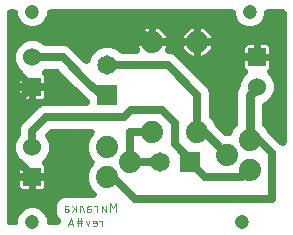
<source format=gbr>
G04 EAGLE Gerber RS-274X export*
G75*
%MOMM*%
%FSLAX34Y34*%
%LPD*%
%INBottom Copper*%
%IPPOS*%
%AMOC8*
5,1,8,0,0,1.08239X$1,22.5*%
G01*
%ADD10C,0.076200*%
%ADD11R,1.651000X1.651000*%
%ADD12C,1.651000*%
%ADD13C,1.879600*%
%ADD14R,1.524000X1.524000*%
%ADD15C,1.524000*%
%ADD16C,0.635000*%
%ADD17C,0.800000*%
%ADD18C,1.206400*%

G36*
X16692Y10163D02*
X16692Y10163D01*
X16719Y10161D01*
X16943Y10183D01*
X17167Y10201D01*
X17193Y10207D01*
X17221Y10210D01*
X17439Y10267D01*
X17656Y10319D01*
X17681Y10330D01*
X17708Y10337D01*
X17914Y10428D01*
X18121Y10514D01*
X18144Y10529D01*
X18169Y10540D01*
X18358Y10662D01*
X18548Y10780D01*
X18569Y10798D01*
X18592Y10813D01*
X18759Y10963D01*
X18929Y11110D01*
X18946Y11131D01*
X18967Y11149D01*
X19108Y11324D01*
X19252Y11496D01*
X19266Y11519D01*
X19283Y11540D01*
X19395Y11735D01*
X19510Y11928D01*
X19521Y11953D01*
X19534Y11977D01*
X19614Y12187D01*
X19697Y12396D01*
X19703Y12422D01*
X19713Y12448D01*
X19758Y12668D01*
X19807Y12887D01*
X19809Y12914D01*
X19815Y12941D01*
X19839Y13335D01*
X19839Y15069D01*
X21653Y19447D01*
X25003Y22797D01*
X29381Y24611D01*
X34119Y24611D01*
X38497Y22797D01*
X41847Y19447D01*
X43661Y15069D01*
X43661Y13335D01*
X43663Y13308D01*
X43661Y13281D01*
X43683Y13057D01*
X43701Y12833D01*
X43707Y12807D01*
X43710Y12779D01*
X43767Y12561D01*
X43819Y12344D01*
X43830Y12319D01*
X43837Y12292D01*
X43928Y12086D01*
X44014Y11879D01*
X44029Y11856D01*
X44040Y11831D01*
X44162Y11642D01*
X44280Y11452D01*
X44298Y11431D01*
X44313Y11408D01*
X44463Y11241D01*
X44610Y11071D01*
X44631Y11054D01*
X44649Y11033D01*
X44824Y10892D01*
X44996Y10748D01*
X45019Y10734D01*
X45040Y10717D01*
X45235Y10605D01*
X45428Y10490D01*
X45453Y10479D01*
X45477Y10466D01*
X45687Y10386D01*
X45896Y10303D01*
X45922Y10297D01*
X45948Y10287D01*
X46168Y10242D01*
X46387Y10193D01*
X46414Y10191D01*
X46441Y10185D01*
X46835Y10161D01*
X52310Y10161D01*
X52469Y10173D01*
X52629Y10177D01*
X52720Y10193D01*
X52812Y10201D01*
X52967Y10238D01*
X53124Y10267D01*
X53211Y10298D01*
X53301Y10319D01*
X53448Y10381D01*
X53599Y10435D01*
X53680Y10479D01*
X53765Y10514D01*
X53901Y10599D01*
X54042Y10675D01*
X54115Y10731D01*
X54193Y10780D01*
X54314Y10885D01*
X54441Y10982D01*
X54504Y11049D01*
X54573Y11110D01*
X54676Y11233D01*
X54786Y11349D01*
X54837Y11425D01*
X54897Y11496D01*
X54979Y11633D01*
X55069Y11766D01*
X55117Y11865D01*
X55155Y11928D01*
X55185Y12004D01*
X55242Y12120D01*
X55502Y12747D01*
X55551Y12899D01*
X55609Y13048D01*
X55629Y13138D01*
X55657Y13226D01*
X55682Y13384D01*
X55715Y13540D01*
X55720Y13632D01*
X55734Y13723D01*
X55734Y13883D01*
X55742Y14043D01*
X55733Y14135D01*
X55732Y14227D01*
X55706Y14385D01*
X55689Y14544D01*
X55666Y14633D01*
X55651Y14724D01*
X55600Y14875D01*
X55558Y15030D01*
X55520Y15114D01*
X55491Y15201D01*
X55417Y15343D01*
X55352Y15489D01*
X55301Y15566D01*
X55258Y15648D01*
X55163Y15776D01*
X55075Y15910D01*
X55002Y15993D01*
X54958Y16052D01*
X54900Y16109D01*
X54814Y16206D01*
X53370Y17650D01*
X52345Y20124D01*
X52345Y27279D01*
X53404Y29114D01*
X53409Y29123D01*
X53415Y29131D01*
X53429Y29161D01*
X53450Y29192D01*
X54478Y30973D01*
X56047Y31879D01*
X56226Y32002D01*
X56408Y32122D01*
X56438Y32148D01*
X56462Y32164D01*
X56527Y32227D01*
X56704Y32383D01*
X56899Y32577D01*
X56922Y32583D01*
X57050Y32604D01*
X57167Y32643D01*
X57286Y32671D01*
X57405Y32721D01*
X57528Y32762D01*
X57668Y32831D01*
X57750Y32866D01*
X57803Y32899D01*
X57882Y32938D01*
X58172Y33105D01*
X63223Y33105D01*
X63348Y33115D01*
X63474Y33115D01*
X63599Y33135D01*
X63725Y33145D01*
X63736Y33148D01*
X66166Y33074D01*
X66388Y33085D01*
X66610Y33092D01*
X66639Y33097D01*
X66669Y33099D01*
X66700Y33105D01*
X72155Y33105D01*
X72216Y33110D01*
X72277Y33108D01*
X72466Y33130D01*
X72657Y33145D01*
X72716Y33160D01*
X72777Y33167D01*
X72853Y33187D01*
X73889Y33113D01*
X73975Y33114D01*
X74114Y33105D01*
X75170Y33105D01*
X75332Y33053D01*
X75393Y33043D01*
X75453Y33027D01*
X75789Y32982D01*
X75830Y32975D01*
X75836Y32976D01*
X75845Y32974D01*
X75873Y32972D01*
X76116Y32975D01*
X76355Y32975D01*
X76366Y32977D01*
X76377Y32977D01*
X76615Y33017D01*
X76852Y33056D01*
X76863Y33059D01*
X76873Y33061D01*
X77005Y33105D01*
X83009Y33105D01*
X83023Y33106D01*
X83036Y33106D01*
X83272Y33126D01*
X83511Y33145D01*
X83525Y33149D01*
X83538Y33150D01*
X83768Y33208D01*
X84000Y33264D01*
X84013Y33269D01*
X84026Y33273D01*
X84245Y33367D01*
X84465Y33459D01*
X84476Y33466D01*
X84489Y33471D01*
X84690Y33599D01*
X84893Y33724D01*
X84903Y33733D01*
X84914Y33741D01*
X85093Y33898D01*
X85273Y34054D01*
X85282Y34065D01*
X85292Y34074D01*
X85442Y34256D01*
X85596Y34440D01*
X85603Y34452D01*
X85612Y34463D01*
X85732Y34667D01*
X85855Y34873D01*
X85860Y34885D01*
X85867Y34897D01*
X85953Y35120D01*
X86041Y35340D01*
X86044Y35353D01*
X86049Y35366D01*
X86099Y35598D01*
X86152Y35832D01*
X86153Y35845D01*
X86155Y35859D01*
X86168Y36095D01*
X86183Y36334D01*
X86182Y36348D01*
X86182Y36361D01*
X86158Y36596D01*
X86134Y36835D01*
X86131Y36849D01*
X86130Y36862D01*
X86068Y37091D01*
X86007Y37322D01*
X86002Y37335D01*
X85998Y37348D01*
X85901Y37564D01*
X85805Y37783D01*
X85797Y37795D01*
X85792Y37807D01*
X85662Y38005D01*
X85532Y38207D01*
X85523Y38217D01*
X85515Y38228D01*
X85254Y38524D01*
X81899Y41879D01*
X79501Y47667D01*
X79501Y53933D01*
X81899Y59721D01*
X83433Y61255D01*
X83451Y61276D01*
X83472Y61294D01*
X83614Y61468D01*
X83760Y61639D01*
X83774Y61662D01*
X83792Y61683D01*
X83905Y61877D01*
X84022Y62069D01*
X84032Y62094D01*
X84046Y62117D01*
X84128Y62327D01*
X84213Y62535D01*
X84219Y62561D01*
X84229Y62587D01*
X84276Y62806D01*
X84327Y63025D01*
X84329Y63052D01*
X84335Y63079D01*
X84347Y63303D01*
X84363Y63527D01*
X84361Y63554D01*
X84362Y63582D01*
X84339Y63804D01*
X84319Y64029D01*
X84312Y64055D01*
X84309Y64082D01*
X84251Y64299D01*
X84196Y64517D01*
X84185Y64542D01*
X84178Y64569D01*
X84086Y64773D01*
X83997Y64980D01*
X83982Y65003D01*
X83971Y65028D01*
X83848Y65215D01*
X83728Y65405D01*
X83710Y65426D01*
X83695Y65449D01*
X83433Y65745D01*
X81899Y67279D01*
X79501Y73067D01*
X79501Y79333D01*
X81899Y85121D01*
X83433Y86655D01*
X83442Y86666D01*
X83453Y86675D01*
X83605Y86857D01*
X83760Y87039D01*
X83767Y87050D01*
X83776Y87061D01*
X83898Y87265D01*
X84022Y87469D01*
X84027Y87481D01*
X84034Y87493D01*
X84122Y87713D01*
X84213Y87935D01*
X84216Y87948D01*
X84221Y87961D01*
X84273Y88192D01*
X84327Y88425D01*
X84328Y88439D01*
X84331Y88452D01*
X84346Y88690D01*
X84363Y88927D01*
X84362Y88941D01*
X84363Y88954D01*
X84340Y89192D01*
X84319Y89429D01*
X84315Y89442D01*
X84314Y89456D01*
X84254Y89686D01*
X84196Y89917D01*
X84190Y89930D01*
X84187Y89943D01*
X84091Y90161D01*
X83997Y90380D01*
X83990Y90391D01*
X83984Y90404D01*
X83854Y90605D01*
X83728Y90805D01*
X83719Y90815D01*
X83711Y90827D01*
X83551Y91006D01*
X83395Y91183D01*
X83384Y91191D01*
X83375Y91202D01*
X83190Y91351D01*
X83006Y91503D01*
X82994Y91510D01*
X82983Y91518D01*
X82779Y91636D01*
X82571Y91757D01*
X82559Y91762D01*
X82547Y91769D01*
X82325Y91853D01*
X82102Y91940D01*
X82089Y91943D01*
X82076Y91948D01*
X81842Y91996D01*
X81610Y92046D01*
X81596Y92047D01*
X81583Y92050D01*
X81189Y92074D01*
X48349Y92074D01*
X48308Y92071D01*
X48268Y92073D01*
X48058Y92051D01*
X47847Y92034D01*
X47808Y92025D01*
X47767Y92020D01*
X47563Y91965D01*
X47358Y91916D01*
X47320Y91900D01*
X47281Y91889D01*
X47088Y91802D01*
X46894Y91721D01*
X46859Y91699D01*
X46822Y91682D01*
X46645Y91567D01*
X46466Y91455D01*
X46435Y91428D01*
X46401Y91406D01*
X46105Y91145D01*
X43478Y88518D01*
X43461Y88497D01*
X43440Y88479D01*
X43298Y88306D01*
X43152Y88135D01*
X43138Y88112D01*
X43120Y88091D01*
X43007Y87897D01*
X42890Y87705D01*
X42879Y87680D01*
X42866Y87656D01*
X42784Y87447D01*
X42699Y87239D01*
X42693Y87212D01*
X42683Y87187D01*
X42636Y86968D01*
X42584Y86749D01*
X42583Y86721D01*
X42577Y86695D01*
X42565Y86469D01*
X42549Y86246D01*
X42551Y86219D01*
X42550Y86192D01*
X42573Y85969D01*
X42593Y85745D01*
X42600Y85718D01*
X42603Y85691D01*
X42661Y85474D01*
X42716Y85257D01*
X42727Y85232D01*
X42734Y85205D01*
X42826Y85000D01*
X42915Y84794D01*
X42929Y84771D01*
X42941Y84746D01*
X43064Y84558D01*
X43184Y84369D01*
X43202Y84348D01*
X43217Y84325D01*
X43478Y84029D01*
X43594Y83914D01*
X45721Y78779D01*
X45721Y73221D01*
X43594Y68086D01*
X40790Y65282D01*
X40772Y65262D01*
X40752Y65243D01*
X40609Y65070D01*
X40463Y64899D01*
X40449Y64876D01*
X40432Y64855D01*
X40318Y64660D01*
X40201Y64469D01*
X40191Y64444D01*
X40177Y64420D01*
X40096Y64211D01*
X40011Y64003D01*
X40004Y63976D01*
X39994Y63951D01*
X39947Y63732D01*
X39896Y63513D01*
X39894Y63485D01*
X39888Y63459D01*
X39876Y63235D01*
X39860Y63011D01*
X39863Y62983D01*
X39861Y62956D01*
X39885Y62733D01*
X39905Y62509D01*
X39911Y62482D01*
X39914Y62455D01*
X39972Y62239D01*
X40028Y62021D01*
X40038Y61995D01*
X40045Y61969D01*
X40137Y61765D01*
X40226Y61558D01*
X40241Y61535D01*
X40252Y61510D01*
X40376Y61322D01*
X40496Y61133D01*
X40514Y61112D01*
X40529Y61089D01*
X40790Y60793D01*
X41403Y60180D01*
X41738Y59601D01*
X41911Y58954D01*
X41911Y54174D01*
X31750Y54174D01*
X21589Y54174D01*
X21589Y58954D01*
X21762Y59601D01*
X22097Y60180D01*
X22710Y60793D01*
X22728Y60814D01*
X22748Y60832D01*
X22891Y61006D01*
X23037Y61176D01*
X23051Y61200D01*
X23068Y61221D01*
X23182Y61414D01*
X23299Y61606D01*
X23309Y61632D01*
X23323Y61655D01*
X23404Y61865D01*
X23489Y62072D01*
X23496Y62099D01*
X23506Y62124D01*
X23553Y62344D01*
X23604Y62563D01*
X23606Y62590D01*
X23612Y62617D01*
X23624Y62841D01*
X23640Y63065D01*
X23637Y63092D01*
X23639Y63119D01*
X23615Y63342D01*
X23595Y63567D01*
X23589Y63593D01*
X23586Y63620D01*
X23527Y63837D01*
X23472Y64055D01*
X23462Y64080D01*
X23455Y64106D01*
X23362Y64312D01*
X23274Y64517D01*
X23259Y64541D01*
X23248Y64566D01*
X23125Y64753D01*
X23005Y64943D01*
X22986Y64963D01*
X22971Y64986D01*
X22710Y65282D01*
X19906Y68086D01*
X17779Y73221D01*
X17779Y78779D01*
X19906Y83914D01*
X21295Y85302D01*
X21321Y85333D01*
X21352Y85361D01*
X21484Y85525D01*
X21621Y85685D01*
X21643Y85720D01*
X21668Y85752D01*
X21773Y85935D01*
X21883Y86115D01*
X21899Y86153D01*
X21919Y86189D01*
X21994Y86385D01*
X22074Y86581D01*
X22083Y86621D01*
X22098Y86660D01*
X22140Y86866D01*
X22189Y87072D01*
X22191Y87113D01*
X22200Y87153D01*
X22224Y87547D01*
X22224Y92156D01*
X23674Y95657D01*
X37693Y109676D01*
X40727Y110932D01*
X40846Y110993D01*
X40968Y111044D01*
X41070Y111107D01*
X41176Y111161D01*
X41183Y111166D01*
X41261Y111150D01*
X41349Y111145D01*
X41410Y111135D01*
X41500Y111135D01*
X41655Y111126D01*
X77345Y111126D01*
X77358Y111127D01*
X77372Y111126D01*
X77608Y111147D01*
X77847Y111166D01*
X77860Y111169D01*
X77874Y111170D01*
X78103Y111228D01*
X78336Y111284D01*
X78349Y111290D01*
X78362Y111293D01*
X78581Y111387D01*
X78800Y111479D01*
X78812Y111486D01*
X78825Y111492D01*
X79026Y111619D01*
X79228Y111745D01*
X79239Y111754D01*
X79250Y111761D01*
X79428Y111918D01*
X79609Y112075D01*
X79617Y112085D01*
X79628Y112094D01*
X79778Y112278D01*
X79932Y112461D01*
X79939Y112473D01*
X79948Y112483D01*
X80068Y112688D01*
X80190Y112893D01*
X80195Y112906D01*
X80202Y112917D01*
X80289Y113140D01*
X80377Y113361D01*
X80380Y113374D01*
X80385Y113387D01*
X80435Y113620D01*
X80487Y113852D01*
X80488Y113866D01*
X80491Y113879D01*
X80504Y114116D01*
X80519Y114354D01*
X80517Y114368D01*
X80518Y114382D01*
X80493Y114616D01*
X80470Y114856D01*
X80467Y114869D01*
X80465Y114882D01*
X80403Y115111D01*
X80343Y115343D01*
X80337Y115355D01*
X80334Y115369D01*
X80237Y115585D01*
X80140Y115804D01*
X80133Y115815D01*
X80127Y115828D01*
X79997Y116026D01*
X79867Y116227D01*
X79858Y116237D01*
X79851Y116248D01*
X79589Y116545D01*
X69328Y126805D01*
X69305Y126851D01*
X69203Y126991D01*
X69107Y127137D01*
X69045Y127207D01*
X69008Y127258D01*
X68945Y127320D01*
X68846Y127433D01*
X54534Y141745D01*
X54503Y141771D01*
X54476Y141802D01*
X54311Y141934D01*
X54151Y142071D01*
X54116Y142093D01*
X54084Y142118D01*
X53902Y142223D01*
X53721Y142333D01*
X53683Y142349D01*
X53647Y142369D01*
X53451Y142444D01*
X53255Y142524D01*
X53215Y142533D01*
X53177Y142548D01*
X52970Y142590D01*
X52765Y142639D01*
X52724Y142641D01*
X52684Y142650D01*
X52289Y142674D01*
X43297Y142674D01*
X43256Y142671D01*
X43215Y142673D01*
X43006Y142651D01*
X42795Y142634D01*
X42755Y142625D01*
X42714Y142620D01*
X42511Y142565D01*
X42305Y142516D01*
X42268Y142500D01*
X42228Y142489D01*
X42035Y142402D01*
X41841Y142321D01*
X41806Y142299D01*
X41769Y142282D01*
X41592Y142166D01*
X41413Y142055D01*
X41382Y142028D01*
X41348Y142006D01*
X41052Y141745D01*
X40790Y141482D01*
X40772Y141462D01*
X40752Y141443D01*
X40609Y141270D01*
X40463Y141099D01*
X40449Y141076D01*
X40432Y141055D01*
X40318Y140861D01*
X40201Y140669D01*
X40191Y140644D01*
X40177Y140620D01*
X40096Y140412D01*
X40011Y140203D01*
X40004Y140176D01*
X39994Y140151D01*
X39947Y139932D01*
X39896Y139713D01*
X39894Y139685D01*
X39888Y139659D01*
X39876Y139435D01*
X39860Y139211D01*
X39863Y139183D01*
X39861Y139156D01*
X39885Y138933D01*
X39905Y138709D01*
X39911Y138682D01*
X39914Y138655D01*
X39972Y138440D01*
X40028Y138221D01*
X40038Y138195D01*
X40045Y138169D01*
X40137Y137965D01*
X40226Y137758D01*
X40241Y137735D01*
X40252Y137710D01*
X40375Y137522D01*
X40496Y137333D01*
X40514Y137312D01*
X40529Y137289D01*
X40790Y136993D01*
X41403Y136380D01*
X41738Y135801D01*
X41911Y135154D01*
X41911Y130374D01*
X31750Y130374D01*
X21589Y130374D01*
X21589Y135154D01*
X21762Y135801D01*
X22097Y136380D01*
X22710Y136993D01*
X22728Y137014D01*
X22748Y137032D01*
X22891Y137206D01*
X23037Y137376D01*
X23051Y137400D01*
X23068Y137421D01*
X23182Y137614D01*
X23299Y137806D01*
X23309Y137832D01*
X23323Y137855D01*
X23404Y138065D01*
X23489Y138272D01*
X23496Y138299D01*
X23506Y138324D01*
X23553Y138544D01*
X23604Y138763D01*
X23606Y138790D01*
X23612Y138817D01*
X23624Y139041D01*
X23640Y139265D01*
X23637Y139292D01*
X23639Y139319D01*
X23615Y139542D01*
X23595Y139767D01*
X23589Y139793D01*
X23586Y139820D01*
X23527Y140037D01*
X23472Y140255D01*
X23462Y140280D01*
X23455Y140306D01*
X23362Y140512D01*
X23274Y140717D01*
X23259Y140741D01*
X23248Y140766D01*
X23125Y140953D01*
X23005Y141143D01*
X22986Y141163D01*
X22971Y141186D01*
X22710Y141482D01*
X19906Y144286D01*
X17779Y149421D01*
X17779Y154979D01*
X19906Y160114D01*
X23836Y164044D01*
X28971Y166171D01*
X34529Y166171D01*
X39664Y164044D01*
X41052Y162655D01*
X41083Y162629D01*
X41111Y162598D01*
X41275Y162466D01*
X41435Y162329D01*
X41470Y162307D01*
X41502Y162282D01*
X41685Y162177D01*
X41865Y162067D01*
X41903Y162051D01*
X41939Y162031D01*
X42136Y161956D01*
X42331Y161876D01*
X42371Y161867D01*
X42409Y161852D01*
X42616Y161810D01*
X42822Y161761D01*
X42862Y161759D01*
X42903Y161750D01*
X43297Y161726D01*
X59445Y161726D01*
X62946Y160276D01*
X75476Y147746D01*
X75587Y147651D01*
X75692Y147549D01*
X75778Y147488D01*
X75859Y147419D01*
X75984Y147343D01*
X76104Y147259D01*
X76198Y147212D01*
X76289Y147157D01*
X76425Y147102D01*
X76556Y147037D01*
X76657Y147007D01*
X76755Y146966D01*
X76898Y146933D01*
X77037Y146890D01*
X77142Y146876D01*
X77245Y146852D01*
X77391Y146842D01*
X77536Y146821D01*
X77642Y146824D01*
X77747Y146816D01*
X77893Y146829D01*
X78040Y146832D01*
X78144Y146851D01*
X78249Y146860D01*
X78391Y146896D01*
X78535Y146923D01*
X78634Y146958D01*
X78737Y146983D01*
X78872Y147041D01*
X79010Y147090D01*
X79103Y147140D01*
X79200Y147182D01*
X79324Y147261D01*
X79452Y147330D01*
X79536Y147395D01*
X79625Y147451D01*
X79735Y147548D01*
X79851Y147638D01*
X79924Y147715D01*
X80003Y147785D01*
X80096Y147898D01*
X80196Y148004D01*
X80256Y148092D01*
X80323Y148173D01*
X80397Y148300D01*
X80479Y148421D01*
X80536Y148538D01*
X80577Y148608D01*
X80604Y148676D01*
X80653Y148776D01*
X82868Y154123D01*
X86977Y158232D01*
X92345Y160456D01*
X98155Y160456D01*
X103523Y158232D01*
X105450Y156305D01*
X105481Y156279D01*
X105509Y156248D01*
X105673Y156116D01*
X105833Y155979D01*
X105868Y155957D01*
X105900Y155932D01*
X106083Y155827D01*
X106263Y155717D01*
X106301Y155701D01*
X106337Y155681D01*
X106533Y155606D01*
X106729Y155526D01*
X106769Y155517D01*
X106808Y155502D01*
X107014Y155460D01*
X107220Y155411D01*
X107261Y155409D01*
X107301Y155400D01*
X107695Y155376D01*
X119726Y155376D01*
X119745Y155377D01*
X119764Y155376D01*
X119996Y155397D01*
X120228Y155416D01*
X120246Y155420D01*
X120265Y155422D01*
X120490Y155479D01*
X120717Y155534D01*
X120735Y155542D01*
X120753Y155547D01*
X120967Y155639D01*
X121181Y155729D01*
X121198Y155739D01*
X121215Y155747D01*
X121411Y155872D01*
X121609Y155995D01*
X121624Y156007D01*
X121640Y156018D01*
X121814Y156172D01*
X121989Y156325D01*
X122002Y156339D01*
X122016Y156352D01*
X122164Y156533D01*
X122313Y156711D01*
X122323Y156727D01*
X122335Y156742D01*
X122452Y156944D01*
X122571Y157143D01*
X122578Y157161D01*
X122588Y157177D01*
X122672Y157395D01*
X122758Y157611D01*
X122762Y157629D01*
X122769Y157647D01*
X122817Y157874D01*
X122868Y158102D01*
X122869Y158121D01*
X122873Y158140D01*
X122885Y158372D01*
X122899Y158604D01*
X122898Y158623D01*
X122899Y158643D01*
X122874Y158872D01*
X122851Y159106D01*
X122846Y159124D01*
X122844Y159143D01*
X122783Y159366D01*
X122724Y159593D01*
X122716Y159610D01*
X122711Y159629D01*
X122554Y159991D01*
X122286Y160517D01*
X121828Y161926D01*
X133350Y161926D01*
X144872Y161926D01*
X144414Y160517D01*
X144146Y159991D01*
X144139Y159973D01*
X144129Y159957D01*
X144043Y159741D01*
X143954Y159526D01*
X143949Y159507D01*
X143942Y159489D01*
X143891Y159262D01*
X143837Y159036D01*
X143836Y159017D01*
X143832Y158998D01*
X143817Y158766D01*
X143800Y158534D01*
X143802Y158515D01*
X143801Y158496D01*
X143823Y158261D01*
X143843Y158032D01*
X143847Y158014D01*
X143849Y157994D01*
X143908Y157769D01*
X143964Y157543D01*
X143971Y157526D01*
X143976Y157507D01*
X144070Y157294D01*
X144161Y157080D01*
X144171Y157064D01*
X144179Y157046D01*
X144306Y156849D01*
X144429Y156654D01*
X144441Y156639D01*
X144452Y156623D01*
X144609Y156448D01*
X144761Y156275D01*
X144775Y156263D01*
X144788Y156248D01*
X144970Y156101D01*
X145148Y155954D01*
X145165Y155944D01*
X145180Y155932D01*
X145381Y155816D01*
X145582Y155697D01*
X145600Y155690D01*
X145616Y155681D01*
X145833Y155599D01*
X146050Y155513D01*
X146069Y155509D01*
X146087Y155502D01*
X146315Y155455D01*
X146542Y155405D01*
X146561Y155404D01*
X146580Y155400D01*
X146974Y155376D01*
X148145Y155376D01*
X151646Y153926D01*
X179526Y126046D01*
X180976Y122545D01*
X180976Y102961D01*
X180979Y102920D01*
X180977Y102879D01*
X180999Y102670D01*
X181016Y102459D01*
X181025Y102419D01*
X181030Y102379D01*
X181085Y102175D01*
X181134Y101970D01*
X181150Y101932D01*
X181161Y101893D01*
X181248Y101700D01*
X181329Y101506D01*
X181351Y101471D01*
X181368Y101433D01*
X181484Y101257D01*
X181595Y101078D01*
X181622Y101047D01*
X181644Y101013D01*
X181905Y100717D01*
X184801Y97821D01*
X186292Y94221D01*
X186371Y94066D01*
X186443Y93908D01*
X186486Y93842D01*
X186521Y93772D01*
X186624Y93632D01*
X186719Y93487D01*
X186781Y93417D01*
X186818Y93366D01*
X186881Y93303D01*
X186980Y93191D01*
X193643Y86528D01*
X193674Y86502D01*
X193701Y86471D01*
X193866Y86339D01*
X194026Y86202D01*
X194061Y86180D01*
X194093Y86155D01*
X194276Y86050D01*
X194456Y85940D01*
X194494Y85924D01*
X194530Y85904D01*
X194726Y85829D01*
X194922Y85749D01*
X194962Y85740D01*
X195000Y85725D01*
X195207Y85683D01*
X195412Y85634D01*
X195453Y85632D01*
X195493Y85623D01*
X195888Y85599D01*
X197996Y85599D01*
X198155Y85611D01*
X198315Y85615D01*
X198406Y85631D01*
X198497Y85639D01*
X198653Y85676D01*
X198810Y85705D01*
X198897Y85736D01*
X198987Y85757D01*
X199134Y85819D01*
X199285Y85873D01*
X199366Y85917D01*
X199451Y85952D01*
X199587Y86037D01*
X199728Y86113D01*
X199801Y86169D01*
X199879Y86218D01*
X200000Y86323D01*
X200127Y86420D01*
X200190Y86487D01*
X200259Y86548D01*
X200362Y86671D01*
X200472Y86787D01*
X200523Y86863D01*
X200583Y86934D01*
X200665Y87071D01*
X200755Y87204D01*
X200803Y87303D01*
X200841Y87366D01*
X200871Y87442D01*
X200928Y87558D01*
X202549Y91471D01*
X204620Y93542D01*
X204646Y93573D01*
X204677Y93600D01*
X204809Y93764D01*
X204946Y93925D01*
X204968Y93960D01*
X204993Y93992D01*
X205098Y94174D01*
X205208Y94355D01*
X205224Y94393D01*
X205244Y94428D01*
X205319Y94625D01*
X205399Y94821D01*
X205408Y94861D01*
X205423Y94899D01*
X205465Y95106D01*
X205514Y95311D01*
X205516Y95352D01*
X205525Y95392D01*
X205549Y95786D01*
X205549Y122909D01*
X207125Y126713D01*
X207350Y126938D01*
X207376Y126969D01*
X207407Y126996D01*
X207539Y127160D01*
X207676Y127321D01*
X207698Y127356D01*
X207723Y127388D01*
X207828Y127570D01*
X207938Y127751D01*
X207954Y127789D01*
X207974Y127824D01*
X208049Y128021D01*
X208129Y128217D01*
X208138Y128257D01*
X208153Y128295D01*
X208195Y128502D01*
X208244Y128707D01*
X208246Y128748D01*
X208255Y128788D01*
X208279Y129182D01*
X208279Y129979D01*
X210406Y135114D01*
X213210Y137918D01*
X213228Y137938D01*
X213248Y137957D01*
X213391Y138130D01*
X213537Y138301D01*
X213551Y138324D01*
X213568Y138345D01*
X213682Y138540D01*
X213799Y138731D01*
X213809Y138756D01*
X213823Y138780D01*
X213904Y138989D01*
X213989Y139197D01*
X213996Y139224D01*
X214006Y139249D01*
X214053Y139468D01*
X214104Y139687D01*
X214106Y139715D01*
X214112Y139741D01*
X214124Y139965D01*
X214140Y140189D01*
X214137Y140217D01*
X214139Y140244D01*
X214115Y140467D01*
X214095Y140691D01*
X214089Y140718D01*
X214086Y140745D01*
X214028Y140960D01*
X213972Y141179D01*
X213962Y141205D01*
X213955Y141231D01*
X213863Y141435D01*
X213774Y141642D01*
X213759Y141665D01*
X213748Y141690D01*
X213624Y141878D01*
X213504Y142067D01*
X213486Y142088D01*
X213471Y142111D01*
X213210Y142407D01*
X212597Y143020D01*
X212262Y143599D01*
X212089Y144246D01*
X212089Y149026D01*
X222250Y149026D01*
X232411Y149026D01*
X232411Y144246D01*
X232238Y143599D01*
X231903Y143020D01*
X231290Y142407D01*
X231272Y142386D01*
X231252Y142368D01*
X231109Y142194D01*
X230963Y142024D01*
X230949Y142000D01*
X230932Y141979D01*
X230818Y141786D01*
X230701Y141594D01*
X230691Y141568D01*
X230677Y141545D01*
X230596Y141335D01*
X230511Y141128D01*
X230504Y141101D01*
X230494Y141076D01*
X230447Y140856D01*
X230396Y140637D01*
X230394Y140610D01*
X230388Y140583D01*
X230376Y140359D01*
X230360Y140135D01*
X230363Y140108D01*
X230361Y140081D01*
X230385Y139857D01*
X230405Y139633D01*
X230411Y139607D01*
X230414Y139580D01*
X230473Y139363D01*
X230528Y139145D01*
X230538Y139120D01*
X230545Y139094D01*
X230638Y138888D01*
X230726Y138683D01*
X230741Y138659D01*
X230752Y138634D01*
X230875Y138447D01*
X230995Y138257D01*
X231014Y138237D01*
X231029Y138214D01*
X231290Y137918D01*
X234094Y135114D01*
X236221Y129979D01*
X236221Y124421D01*
X234094Y119286D01*
X230164Y115356D01*
X228210Y114547D01*
X228068Y114474D01*
X227921Y114410D01*
X227844Y114360D01*
X227762Y114318D01*
X227633Y114224D01*
X227498Y114137D01*
X227429Y114075D01*
X227355Y114021D01*
X227243Y113907D01*
X227123Y113800D01*
X227066Y113729D01*
X227001Y113663D01*
X226907Y113533D01*
X226807Y113409D01*
X226761Y113329D01*
X226707Y113254D01*
X226635Y113111D01*
X226556Y112972D01*
X226523Y112886D01*
X226482Y112804D01*
X226434Y112651D01*
X226377Y112502D01*
X226359Y112411D01*
X226331Y112324D01*
X226308Y112165D01*
X226275Y112008D01*
X226268Y111898D01*
X226258Y111825D01*
X226259Y111744D01*
X226251Y111614D01*
X226251Y95786D01*
X226254Y95745D01*
X226252Y95704D01*
X226274Y95495D01*
X226291Y95284D01*
X226300Y95244D01*
X226305Y95204D01*
X226360Y95000D01*
X226409Y94795D01*
X226425Y94757D01*
X226436Y94718D01*
X226523Y94525D01*
X226604Y94331D01*
X226626Y94296D01*
X226643Y94258D01*
X226759Y94082D01*
X226870Y93903D01*
X226897Y93872D01*
X226919Y93838D01*
X227180Y93542D01*
X229251Y91471D01*
X229780Y90194D01*
X229859Y90040D01*
X229930Y89881D01*
X229973Y89816D01*
X230009Y89746D01*
X230111Y89606D01*
X230207Y89461D01*
X230268Y89391D01*
X230306Y89339D01*
X230369Y89277D01*
X230468Y89165D01*
X239899Y79733D01*
X241470Y78162D01*
X241481Y78153D01*
X241490Y78143D01*
X241673Y77989D01*
X241854Y77835D01*
X241865Y77828D01*
X241876Y77820D01*
X242080Y77697D01*
X242284Y77573D01*
X242296Y77568D01*
X242308Y77561D01*
X242528Y77474D01*
X242750Y77383D01*
X242763Y77380D01*
X242776Y77375D01*
X243007Y77323D01*
X243240Y77268D01*
X243254Y77267D01*
X243267Y77264D01*
X243505Y77249D01*
X243742Y77233D01*
X243756Y77234D01*
X243769Y77233D01*
X244007Y77256D01*
X244244Y77277D01*
X244257Y77280D01*
X244271Y77281D01*
X244501Y77342D01*
X244732Y77400D01*
X244745Y77405D01*
X244758Y77409D01*
X244976Y77504D01*
X245195Y77598D01*
X245206Y77606D01*
X245219Y77611D01*
X245420Y77741D01*
X245620Y77868D01*
X245630Y77877D01*
X245642Y77884D01*
X245821Y78045D01*
X245998Y78201D01*
X246006Y78211D01*
X246017Y78221D01*
X246167Y78407D01*
X246318Y78590D01*
X246325Y78601D01*
X246333Y78612D01*
X246452Y78818D01*
X246572Y79024D01*
X246577Y79037D01*
X246584Y79049D01*
X246668Y79271D01*
X246755Y79493D01*
X246758Y79507D01*
X246763Y79519D01*
X246811Y79754D01*
X246861Y79986D01*
X246862Y79999D01*
X246865Y80013D01*
X246889Y80407D01*
X246889Y189765D01*
X246887Y189792D01*
X246889Y189819D01*
X246867Y190043D01*
X246849Y190267D01*
X246843Y190293D01*
X246840Y190321D01*
X246783Y190539D01*
X246731Y190756D01*
X246720Y190781D01*
X246713Y190808D01*
X246622Y191014D01*
X246536Y191221D01*
X246521Y191244D01*
X246510Y191269D01*
X246388Y191458D01*
X246270Y191648D01*
X246252Y191669D01*
X246237Y191692D01*
X246087Y191859D01*
X245940Y192029D01*
X245919Y192046D01*
X245901Y192067D01*
X245726Y192208D01*
X245554Y192352D01*
X245531Y192366D01*
X245510Y192383D01*
X245315Y192495D01*
X245122Y192610D01*
X245097Y192621D01*
X245073Y192634D01*
X244863Y192714D01*
X244654Y192797D01*
X244628Y192803D01*
X244602Y192813D01*
X244382Y192858D01*
X244163Y192907D01*
X244136Y192909D01*
X244109Y192915D01*
X243715Y192939D01*
X230985Y192939D01*
X230958Y192937D01*
X230931Y192939D01*
X230707Y192917D01*
X230483Y192899D01*
X230457Y192893D01*
X230429Y192890D01*
X230211Y192833D01*
X229994Y192781D01*
X229969Y192770D01*
X229942Y192763D01*
X229736Y192672D01*
X229529Y192586D01*
X229506Y192571D01*
X229481Y192560D01*
X229292Y192438D01*
X229102Y192320D01*
X229081Y192302D01*
X229058Y192287D01*
X228891Y192137D01*
X228721Y191990D01*
X228704Y191969D01*
X228683Y191951D01*
X228542Y191776D01*
X228398Y191604D01*
X228384Y191581D01*
X228367Y191560D01*
X228255Y191365D01*
X228140Y191172D01*
X228129Y191147D01*
X228116Y191123D01*
X228036Y190913D01*
X227953Y190704D01*
X227947Y190678D01*
X227937Y190652D01*
X227892Y190432D01*
X227843Y190213D01*
X227841Y190186D01*
X227835Y190159D01*
X227811Y189765D01*
X227811Y188131D01*
X225997Y183753D01*
X222647Y180403D01*
X218269Y178589D01*
X213531Y178589D01*
X209153Y180403D01*
X205803Y183753D01*
X203989Y188131D01*
X203989Y189765D01*
X203987Y189792D01*
X203989Y189819D01*
X203967Y190043D01*
X203949Y190267D01*
X203943Y190293D01*
X203940Y190321D01*
X203883Y190539D01*
X203831Y190756D01*
X203820Y190781D01*
X203813Y190808D01*
X203722Y191014D01*
X203636Y191221D01*
X203621Y191244D01*
X203610Y191269D01*
X203488Y191458D01*
X203370Y191648D01*
X203352Y191669D01*
X203337Y191692D01*
X203187Y191859D01*
X203040Y192029D01*
X203019Y192046D01*
X203001Y192067D01*
X202826Y192208D01*
X202654Y192352D01*
X202631Y192366D01*
X202610Y192383D01*
X202415Y192495D01*
X202222Y192610D01*
X202197Y192621D01*
X202173Y192634D01*
X201963Y192714D01*
X201754Y192797D01*
X201728Y192803D01*
X201702Y192813D01*
X201482Y192858D01*
X201263Y192907D01*
X201236Y192909D01*
X201209Y192915D01*
X200815Y192939D01*
X46835Y192939D01*
X46808Y192937D01*
X46781Y192939D01*
X46557Y192917D01*
X46333Y192899D01*
X46307Y192893D01*
X46279Y192890D01*
X46061Y192833D01*
X45844Y192781D01*
X45819Y192770D01*
X45792Y192763D01*
X45586Y192672D01*
X45379Y192586D01*
X45356Y192571D01*
X45331Y192560D01*
X45142Y192438D01*
X44952Y192320D01*
X44931Y192302D01*
X44908Y192287D01*
X44741Y192137D01*
X44571Y191990D01*
X44554Y191969D01*
X44533Y191951D01*
X44392Y191776D01*
X44248Y191604D01*
X44234Y191581D01*
X44217Y191560D01*
X44105Y191365D01*
X43990Y191172D01*
X43979Y191147D01*
X43966Y191123D01*
X43886Y190913D01*
X43803Y190704D01*
X43797Y190678D01*
X43787Y190652D01*
X43742Y190432D01*
X43693Y190213D01*
X43691Y190186D01*
X43685Y190159D01*
X43661Y189765D01*
X43661Y188131D01*
X41847Y183753D01*
X38497Y180403D01*
X34119Y178589D01*
X29381Y178589D01*
X25003Y180403D01*
X21653Y183753D01*
X19839Y188131D01*
X19839Y189765D01*
X19837Y189792D01*
X19839Y189819D01*
X19817Y190043D01*
X19799Y190267D01*
X19793Y190293D01*
X19790Y190321D01*
X19733Y190539D01*
X19681Y190756D01*
X19670Y190781D01*
X19663Y190808D01*
X19572Y191014D01*
X19486Y191221D01*
X19471Y191244D01*
X19460Y191269D01*
X19338Y191458D01*
X19220Y191648D01*
X19202Y191669D01*
X19187Y191692D01*
X19037Y191859D01*
X18890Y192029D01*
X18869Y192046D01*
X18851Y192067D01*
X18676Y192208D01*
X18504Y192352D01*
X18481Y192366D01*
X18460Y192383D01*
X18265Y192495D01*
X18072Y192610D01*
X18047Y192621D01*
X18023Y192634D01*
X17813Y192714D01*
X17604Y192797D01*
X17578Y192803D01*
X17552Y192813D01*
X17332Y192858D01*
X17113Y192907D01*
X17086Y192909D01*
X17059Y192915D01*
X16665Y192939D01*
X13335Y192939D01*
X13308Y192937D01*
X13281Y192939D01*
X13057Y192917D01*
X12833Y192899D01*
X12807Y192893D01*
X12779Y192890D01*
X12561Y192833D01*
X12344Y192781D01*
X12319Y192770D01*
X12292Y192763D01*
X12086Y192672D01*
X11879Y192586D01*
X11856Y192571D01*
X11831Y192560D01*
X11642Y192438D01*
X11452Y192320D01*
X11431Y192302D01*
X11408Y192287D01*
X11241Y192137D01*
X11071Y191990D01*
X11054Y191969D01*
X11033Y191951D01*
X10892Y191776D01*
X10748Y191604D01*
X10734Y191581D01*
X10717Y191560D01*
X10605Y191365D01*
X10490Y191172D01*
X10479Y191147D01*
X10466Y191123D01*
X10386Y190913D01*
X10303Y190704D01*
X10297Y190678D01*
X10287Y190652D01*
X10242Y190432D01*
X10193Y190213D01*
X10191Y190186D01*
X10185Y190159D01*
X10161Y189765D01*
X10161Y13335D01*
X10163Y13308D01*
X10161Y13281D01*
X10183Y13057D01*
X10201Y12833D01*
X10207Y12807D01*
X10210Y12779D01*
X10267Y12561D01*
X10319Y12344D01*
X10330Y12319D01*
X10337Y12292D01*
X10428Y12086D01*
X10514Y11879D01*
X10529Y11856D01*
X10540Y11831D01*
X10662Y11642D01*
X10780Y11452D01*
X10798Y11431D01*
X10813Y11408D01*
X10963Y11241D01*
X11110Y11071D01*
X11131Y11054D01*
X11149Y11033D01*
X11324Y10892D01*
X11496Y10748D01*
X11519Y10734D01*
X11540Y10717D01*
X11735Y10605D01*
X11928Y10490D01*
X11953Y10479D01*
X11977Y10466D01*
X12187Y10386D01*
X12396Y10303D01*
X12422Y10297D01*
X12448Y10287D01*
X12668Y10242D01*
X12887Y10193D01*
X12914Y10191D01*
X12941Y10185D01*
X13335Y10161D01*
X16665Y10161D01*
X16692Y10163D01*
G37*
%LPC*%
G36*
X39907Y117015D02*
X39907Y117015D01*
X39757Y117024D01*
X39669Y117035D01*
X39605Y117033D01*
X39513Y117039D01*
X34924Y117039D01*
X34924Y124026D01*
X41911Y124026D01*
X41911Y119246D01*
X41738Y118599D01*
X41403Y118020D01*
X40930Y117547D01*
X40068Y117049D01*
X39992Y116997D01*
X39907Y117015D01*
G37*
%LPD*%
%LPC*%
G36*
X225424Y155374D02*
X225424Y155374D01*
X225424Y162361D01*
X230204Y162361D01*
X230851Y162188D01*
X231430Y161853D01*
X231903Y161380D01*
X232238Y160801D01*
X232411Y160154D01*
X232411Y155374D01*
X225424Y155374D01*
G37*
%LPD*%
%LPC*%
G36*
X212089Y155374D02*
X212089Y155374D01*
X212089Y160154D01*
X212262Y160801D01*
X212597Y161380D01*
X213070Y161853D01*
X213649Y162188D01*
X214296Y162361D01*
X219076Y162361D01*
X219076Y155374D01*
X212089Y155374D01*
G37*
%LPD*%
%LPC*%
G36*
X34924Y40839D02*
X34924Y40839D01*
X34924Y47826D01*
X41911Y47826D01*
X41911Y43046D01*
X41738Y42399D01*
X41403Y41820D01*
X40930Y41347D01*
X40351Y41012D01*
X39704Y40839D01*
X34924Y40839D01*
G37*
%LPD*%
%LPC*%
G36*
X23796Y40839D02*
X23796Y40839D01*
X23149Y41012D01*
X22570Y41347D01*
X22097Y41820D01*
X21762Y42399D01*
X21589Y43046D01*
X21589Y47826D01*
X28576Y47826D01*
X28576Y40839D01*
X23796Y40839D01*
G37*
%LPD*%
%LPC*%
G36*
X23796Y117039D02*
X23796Y117039D01*
X23149Y117212D01*
X22570Y117547D01*
X22097Y118020D01*
X21762Y118599D01*
X21589Y119246D01*
X21589Y124026D01*
X28576Y124026D01*
X28576Y117039D01*
X23796Y117039D01*
G37*
%LPD*%
%LPC*%
G36*
X174624Y168274D02*
X174624Y168274D01*
X174624Y176622D01*
X176033Y176164D01*
X177707Y175311D01*
X179228Y174206D01*
X180556Y172878D01*
X181661Y171357D01*
X182514Y169683D01*
X182972Y168274D01*
X174624Y168274D01*
G37*
%LPD*%
%LPC*%
G36*
X136524Y168274D02*
X136524Y168274D01*
X136524Y176622D01*
X137933Y176164D01*
X139607Y175311D01*
X141128Y174206D01*
X142456Y172878D01*
X143561Y171357D01*
X144414Y169683D01*
X144872Y168274D01*
X136524Y168274D01*
G37*
%LPD*%
%LPC*%
G36*
X121828Y168274D02*
X121828Y168274D01*
X122286Y169683D01*
X123139Y171357D01*
X124244Y172878D01*
X125572Y174206D01*
X127093Y175311D01*
X128767Y176164D01*
X130176Y176622D01*
X130176Y168274D01*
X121828Y168274D01*
G37*
%LPD*%
%LPC*%
G36*
X174624Y161926D02*
X174624Y161926D01*
X182972Y161926D01*
X182514Y160517D01*
X181661Y158843D01*
X180556Y157322D01*
X179228Y155994D01*
X177707Y154889D01*
X176033Y154036D01*
X174624Y153578D01*
X174624Y161926D01*
G37*
%LPD*%
%LPC*%
G36*
X159928Y168274D02*
X159928Y168274D01*
X160386Y169683D01*
X161239Y171357D01*
X162344Y172878D01*
X163672Y174206D01*
X165193Y175311D01*
X166867Y176164D01*
X168276Y176622D01*
X168276Y168274D01*
X159928Y168274D01*
G37*
%LPD*%
%LPC*%
G36*
X166867Y154036D02*
X166867Y154036D01*
X165193Y154889D01*
X163672Y155994D01*
X162344Y157322D01*
X161239Y158843D01*
X160386Y160517D01*
X159928Y161926D01*
X168276Y161926D01*
X168276Y153578D01*
X166867Y154036D01*
G37*
%LPD*%
D10*
X102630Y21463D02*
X102630Y28829D01*
X100175Y24737D01*
X97719Y28829D01*
X97719Y21463D01*
X93969Y21463D02*
X93969Y26374D01*
X90286Y26374D02*
X93969Y21463D01*
X90286Y21463D02*
X90286Y26374D01*
X86587Y26374D02*
X86587Y21463D01*
X86587Y26374D02*
X83723Y26374D01*
X79938Y24328D02*
X78096Y24328D01*
X79938Y24327D02*
X80013Y24325D01*
X80088Y24319D01*
X80162Y24309D01*
X80236Y24296D01*
X80309Y24278D01*
X80381Y24257D01*
X80451Y24232D01*
X80520Y24203D01*
X80588Y24171D01*
X80654Y24135D01*
X80718Y24096D01*
X80780Y24054D01*
X80839Y24008D01*
X80896Y23959D01*
X80951Y23908D01*
X81002Y23853D01*
X81051Y23796D01*
X81097Y23737D01*
X81139Y23675D01*
X81178Y23611D01*
X81214Y23545D01*
X81246Y23477D01*
X81275Y23408D01*
X81300Y23338D01*
X81321Y23266D01*
X81339Y23193D01*
X81352Y23119D01*
X81362Y23045D01*
X81368Y22970D01*
X81370Y22895D01*
X81368Y22820D01*
X81362Y22745D01*
X81352Y22671D01*
X81339Y22597D01*
X81321Y22524D01*
X81300Y22452D01*
X81275Y22382D01*
X81246Y22313D01*
X81214Y22245D01*
X81178Y22179D01*
X81139Y22115D01*
X81097Y22053D01*
X81051Y21994D01*
X81002Y21937D01*
X80951Y21882D01*
X80896Y21831D01*
X80839Y21782D01*
X80780Y21736D01*
X80718Y21694D01*
X80654Y21655D01*
X80588Y21619D01*
X80520Y21587D01*
X80451Y21558D01*
X80381Y21533D01*
X80309Y21512D01*
X80236Y21494D01*
X80162Y21481D01*
X80088Y21471D01*
X80013Y21465D01*
X79938Y21463D01*
X78096Y21463D01*
X78096Y25146D01*
X78098Y25215D01*
X78104Y25283D01*
X78113Y25352D01*
X78127Y25419D01*
X78144Y25486D01*
X78165Y25552D01*
X78189Y25616D01*
X78218Y25679D01*
X78249Y25740D01*
X78284Y25799D01*
X78322Y25857D01*
X78364Y25912D01*
X78408Y25964D01*
X78456Y26014D01*
X78506Y26062D01*
X78558Y26106D01*
X78613Y26148D01*
X78671Y26186D01*
X78730Y26221D01*
X78791Y26252D01*
X78854Y26281D01*
X78918Y26305D01*
X78984Y26326D01*
X79051Y26343D01*
X79118Y26357D01*
X79187Y26366D01*
X79255Y26372D01*
X79324Y26374D01*
X80961Y26374D01*
X73762Y26374D02*
X75399Y21463D01*
X73762Y26374D02*
X72126Y26374D01*
X72126Y21463D01*
X68311Y21463D02*
X68311Y26374D01*
X66879Y24328D02*
X65038Y21463D01*
X68311Y22895D02*
X65038Y26374D01*
X60918Y24328D02*
X59077Y24328D01*
X60918Y24327D02*
X60993Y24325D01*
X61068Y24319D01*
X61142Y24309D01*
X61216Y24296D01*
X61289Y24278D01*
X61361Y24257D01*
X61431Y24232D01*
X61500Y24203D01*
X61568Y24171D01*
X61634Y24135D01*
X61698Y24096D01*
X61760Y24054D01*
X61819Y24008D01*
X61876Y23959D01*
X61931Y23908D01*
X61982Y23853D01*
X62031Y23796D01*
X62077Y23737D01*
X62119Y23675D01*
X62158Y23611D01*
X62194Y23545D01*
X62226Y23477D01*
X62255Y23408D01*
X62280Y23338D01*
X62301Y23266D01*
X62319Y23193D01*
X62332Y23119D01*
X62342Y23045D01*
X62348Y22970D01*
X62350Y22895D01*
X62348Y22820D01*
X62342Y22745D01*
X62332Y22671D01*
X62319Y22597D01*
X62301Y22524D01*
X62280Y22452D01*
X62255Y22382D01*
X62226Y22313D01*
X62194Y22245D01*
X62158Y22179D01*
X62119Y22115D01*
X62077Y22053D01*
X62031Y21994D01*
X61982Y21937D01*
X61931Y21882D01*
X61876Y21831D01*
X61819Y21782D01*
X61760Y21736D01*
X61698Y21694D01*
X61634Y21655D01*
X61568Y21619D01*
X61500Y21587D01*
X61431Y21558D01*
X61361Y21533D01*
X61289Y21512D01*
X61216Y21494D01*
X61142Y21481D01*
X61068Y21471D01*
X60993Y21465D01*
X60918Y21463D01*
X59077Y21463D01*
X59077Y25146D01*
X59076Y25146D02*
X59078Y25215D01*
X59084Y25283D01*
X59093Y25352D01*
X59107Y25419D01*
X59124Y25486D01*
X59145Y25552D01*
X59169Y25616D01*
X59198Y25679D01*
X59229Y25740D01*
X59264Y25799D01*
X59302Y25857D01*
X59344Y25912D01*
X59388Y25964D01*
X59436Y26014D01*
X59486Y26062D01*
X59538Y26106D01*
X59593Y26148D01*
X59651Y26186D01*
X59710Y26221D01*
X59771Y26252D01*
X59834Y26281D01*
X59898Y26305D01*
X59964Y26326D01*
X60031Y26343D01*
X60098Y26357D01*
X60167Y26366D01*
X60235Y26372D01*
X60304Y26374D01*
X61941Y26374D01*
X90903Y14182D02*
X90903Y9271D01*
X90903Y14182D02*
X88447Y14182D01*
X88447Y13363D01*
X84844Y9271D02*
X82798Y9271D01*
X84844Y9271D02*
X84913Y9273D01*
X84981Y9279D01*
X85050Y9288D01*
X85117Y9302D01*
X85184Y9319D01*
X85250Y9340D01*
X85314Y9364D01*
X85377Y9393D01*
X85438Y9424D01*
X85497Y9459D01*
X85555Y9497D01*
X85610Y9539D01*
X85662Y9583D01*
X85712Y9631D01*
X85760Y9681D01*
X85804Y9733D01*
X85846Y9788D01*
X85884Y9846D01*
X85919Y9905D01*
X85950Y9966D01*
X85979Y10029D01*
X86003Y10093D01*
X86024Y10159D01*
X86041Y10226D01*
X86055Y10293D01*
X86064Y10362D01*
X86070Y10430D01*
X86072Y10499D01*
X86072Y12545D01*
X86070Y12624D01*
X86064Y12703D01*
X86055Y12782D01*
X86042Y12860D01*
X86024Y12937D01*
X86004Y13013D01*
X85979Y13088D01*
X85951Y13162D01*
X85920Y13235D01*
X85884Y13306D01*
X85846Y13375D01*
X85804Y13442D01*
X85759Y13507D01*
X85711Y13570D01*
X85660Y13631D01*
X85606Y13688D01*
X85550Y13744D01*
X85491Y13796D01*
X85429Y13846D01*
X85365Y13892D01*
X85299Y13936D01*
X85231Y13976D01*
X85161Y14012D01*
X85089Y14046D01*
X85015Y14076D01*
X84941Y14102D01*
X84865Y14125D01*
X84788Y14143D01*
X84711Y14159D01*
X84632Y14170D01*
X84554Y14178D01*
X84475Y14182D01*
X84395Y14182D01*
X84316Y14178D01*
X84238Y14170D01*
X84159Y14159D01*
X84082Y14143D01*
X84005Y14125D01*
X83929Y14102D01*
X83855Y14076D01*
X83781Y14046D01*
X83709Y14012D01*
X83639Y13976D01*
X83571Y13936D01*
X83505Y13892D01*
X83441Y13846D01*
X83379Y13796D01*
X83320Y13744D01*
X83264Y13688D01*
X83210Y13631D01*
X83159Y13570D01*
X83111Y13507D01*
X83066Y13442D01*
X83024Y13375D01*
X82986Y13306D01*
X82950Y13235D01*
X82919Y13162D01*
X82891Y13088D01*
X82866Y13013D01*
X82846Y12937D01*
X82828Y12860D01*
X82815Y12782D01*
X82806Y12703D01*
X82800Y12624D01*
X82798Y12545D01*
X82798Y11726D01*
X86072Y11726D01*
X79976Y14182D02*
X78339Y9271D01*
X76702Y14182D01*
X73967Y11726D02*
X69056Y11726D01*
X69056Y14182D02*
X73967Y14182D01*
X72739Y16637D02*
X72739Y9271D01*
X70284Y9271D02*
X70284Y16637D01*
X63953Y16637D02*
X66408Y9271D01*
X61497Y9271D02*
X63953Y16637D01*
X65794Y11113D02*
X62111Y11113D01*
D11*
X95250Y120850D03*
D12*
X95250Y145850D03*
D11*
X164900Y63500D03*
D12*
X139900Y63500D03*
D13*
X95250Y76200D03*
X114300Y63500D03*
X95250Y50800D03*
X215900Y57150D03*
X196850Y69850D03*
X215900Y82550D03*
X171450Y88900D03*
X171450Y165100D03*
X133350Y88900D03*
X133350Y165100D03*
D14*
X31750Y127200D03*
D15*
X31750Y152200D03*
D14*
X31750Y51000D03*
D15*
X31750Y76000D03*
D14*
X222250Y152200D03*
D15*
X222250Y127200D03*
D16*
X171450Y165100D02*
X133350Y165100D01*
X127000Y171450D01*
X20403Y171450D01*
X203400Y152200D02*
X222250Y152200D01*
X203400Y152200D02*
X190500Y165100D01*
X171450Y165100D01*
X31750Y51000D02*
X30197Y51000D01*
X30197Y53307D01*
X14605Y68898D01*
X14605Y110055D01*
X31750Y127200D01*
X14605Y144345D01*
X14605Y165652D02*
X20403Y171450D01*
X14605Y165652D02*
X14605Y144345D01*
X95250Y145850D02*
X146250Y145850D01*
X171450Y120650D02*
X171450Y95250D01*
X196850Y69850D01*
X171450Y120650D02*
X146250Y145850D01*
X177800Y88900D02*
X196850Y69850D01*
X177800Y88900D02*
X171450Y88900D01*
X139900Y63500D02*
X114300Y63500D01*
X114300Y88900D02*
X133350Y88900D01*
X114300Y88900D02*
X114300Y63500D01*
X57550Y152200D02*
X31750Y152200D01*
X57550Y152200D02*
X77470Y132280D01*
X77470Y132135D01*
X87885Y121720D01*
X94380Y121720D01*
X95250Y120850D01*
X164900Y63500D02*
X166261Y64861D01*
X209550Y50800D02*
X215900Y57150D01*
X209550Y50800D02*
X177600Y50800D01*
X164900Y63500D01*
X152273Y96738D02*
X141188Y107823D01*
X152273Y96738D02*
X152273Y78849D01*
X109039Y101600D02*
X43089Y101600D01*
X109039Y101600D02*
X115262Y107823D01*
X43089Y101600D02*
X31750Y90261D01*
X31750Y76000D01*
X115262Y107823D02*
X141188Y107823D01*
X152273Y78849D02*
X166261Y64861D01*
X100239Y50800D02*
X95250Y50800D01*
X100239Y50800D02*
X118654Y32385D01*
X234950Y32385D01*
X216027Y82423D02*
X215900Y82550D01*
X216027Y82423D02*
X223738Y82423D01*
X234950Y71211D01*
X234950Y32385D01*
D17*
X215900Y82550D02*
X215900Y120850D01*
X222250Y127200D01*
D18*
X31750Y12700D03*
X31750Y190500D03*
X215900Y190500D03*
X209550Y12700D03*
M02*

</source>
